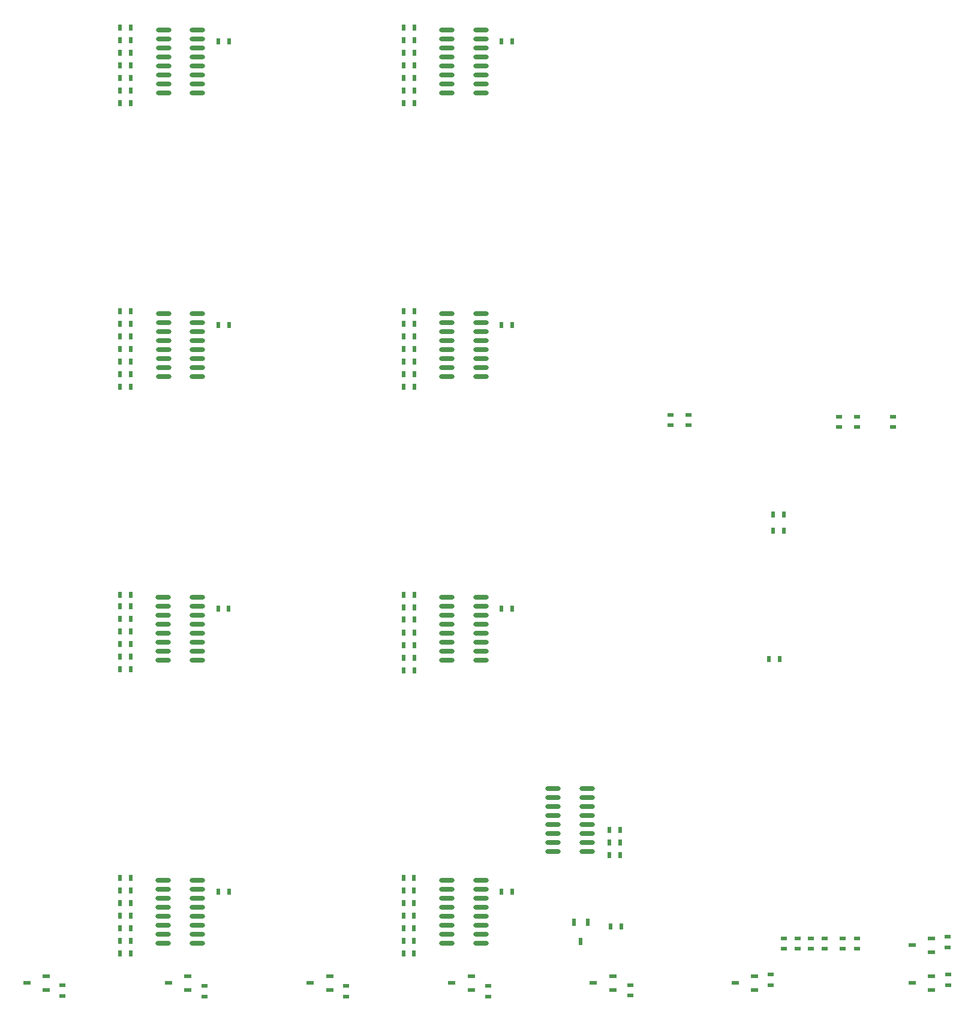
<source format=gtp>
G04 Layer_Color=8421504*
%FSLAX25Y25*%
%MOIN*%
G70*
G01*
G75*
%ADD10O,0.08661X0.02362*%
%ADD11R,0.03347X0.02362*%
%ADD12R,0.02362X0.03347*%
%ADD13R,0.03937X0.02362*%
%ADD14R,0.02362X0.03937*%
D10*
X301551Y561313D02*
D03*
Y556313D02*
D03*
Y551313D02*
D03*
Y546313D02*
D03*
Y531313D02*
D03*
Y536313D02*
D03*
Y541313D02*
D03*
X379449Y104500D02*
D03*
Y109500D02*
D03*
Y114500D02*
D03*
Y119500D02*
D03*
Y124500D02*
D03*
Y129500D02*
D03*
Y134500D02*
D03*
Y139500D02*
D03*
X360551Y104500D02*
D03*
Y109500D02*
D03*
Y114500D02*
D03*
Y119500D02*
D03*
Y124500D02*
D03*
Y129500D02*
D03*
Y134500D02*
D03*
Y139500D02*
D03*
X144102Y561313D02*
D03*
Y556313D02*
D03*
Y551313D02*
D03*
Y546313D02*
D03*
Y541313D02*
D03*
Y536313D02*
D03*
Y531313D02*
D03*
Y526313D02*
D03*
X163000Y561313D02*
D03*
Y556313D02*
D03*
Y551313D02*
D03*
Y546313D02*
D03*
Y541313D02*
D03*
Y536313D02*
D03*
Y531313D02*
D03*
Y526313D02*
D03*
X301551D02*
D03*
X320449Y561313D02*
D03*
Y556313D02*
D03*
Y551313D02*
D03*
Y546313D02*
D03*
Y541313D02*
D03*
Y536313D02*
D03*
Y531313D02*
D03*
Y526313D02*
D03*
X144102Y403500D02*
D03*
Y398500D02*
D03*
Y393500D02*
D03*
Y388500D02*
D03*
Y383500D02*
D03*
Y378500D02*
D03*
Y373500D02*
D03*
Y368500D02*
D03*
X163000Y403500D02*
D03*
Y398500D02*
D03*
Y393500D02*
D03*
Y388500D02*
D03*
Y383500D02*
D03*
Y378500D02*
D03*
Y373500D02*
D03*
Y368500D02*
D03*
X301551Y403500D02*
D03*
Y398500D02*
D03*
Y393500D02*
D03*
Y388500D02*
D03*
Y383500D02*
D03*
Y378500D02*
D03*
Y373500D02*
D03*
Y368500D02*
D03*
X320449Y403500D02*
D03*
Y398500D02*
D03*
Y393500D02*
D03*
Y388500D02*
D03*
Y383500D02*
D03*
Y378500D02*
D03*
Y373500D02*
D03*
Y368500D02*
D03*
X144000Y246000D02*
D03*
Y241000D02*
D03*
Y236000D02*
D03*
Y231000D02*
D03*
Y226000D02*
D03*
Y221000D02*
D03*
Y216000D02*
D03*
Y211000D02*
D03*
X162898Y246000D02*
D03*
Y241000D02*
D03*
Y236000D02*
D03*
Y231000D02*
D03*
Y226000D02*
D03*
Y221000D02*
D03*
Y216000D02*
D03*
Y211000D02*
D03*
X301551Y246000D02*
D03*
Y241000D02*
D03*
Y236000D02*
D03*
Y231000D02*
D03*
Y226000D02*
D03*
Y221000D02*
D03*
Y216000D02*
D03*
Y211000D02*
D03*
X320449Y246000D02*
D03*
Y241000D02*
D03*
Y236000D02*
D03*
Y231000D02*
D03*
Y226000D02*
D03*
Y221000D02*
D03*
Y216000D02*
D03*
Y211000D02*
D03*
X144051Y88500D02*
D03*
Y83500D02*
D03*
Y78500D02*
D03*
Y73500D02*
D03*
Y68500D02*
D03*
Y63500D02*
D03*
Y58500D02*
D03*
Y53500D02*
D03*
X162949Y88500D02*
D03*
Y83500D02*
D03*
Y78500D02*
D03*
Y73500D02*
D03*
Y68500D02*
D03*
Y63500D02*
D03*
Y58500D02*
D03*
Y53500D02*
D03*
X301500Y88500D02*
D03*
Y83500D02*
D03*
Y78500D02*
D03*
Y73500D02*
D03*
Y68500D02*
D03*
Y63500D02*
D03*
Y58500D02*
D03*
Y53500D02*
D03*
X320398Y88500D02*
D03*
Y83500D02*
D03*
Y78500D02*
D03*
Y73500D02*
D03*
Y68500D02*
D03*
Y63500D02*
D03*
Y58500D02*
D03*
Y53500D02*
D03*
D11*
X521500Y56453D02*
D03*
Y50547D02*
D03*
X519500Y340547D02*
D03*
Y346453D02*
D03*
X529500Y340547D02*
D03*
Y346453D02*
D03*
X580126Y36244D02*
D03*
Y30339D02*
D03*
X580000Y57244D02*
D03*
Y51339D02*
D03*
X481701Y36244D02*
D03*
Y30339D02*
D03*
X403500Y24547D02*
D03*
Y30453D02*
D03*
X324500Y24047D02*
D03*
Y29953D02*
D03*
X245500Y24047D02*
D03*
Y29953D02*
D03*
X167000Y24047D02*
D03*
Y29953D02*
D03*
X88000Y24433D02*
D03*
Y30339D02*
D03*
X529500Y56453D02*
D03*
Y50547D02*
D03*
X489000Y56453D02*
D03*
Y50547D02*
D03*
X511500Y56453D02*
D03*
Y50547D02*
D03*
X496500Y56453D02*
D03*
Y50547D02*
D03*
X504000Y56453D02*
D03*
Y50547D02*
D03*
X426000Y341547D02*
D03*
Y347453D02*
D03*
X436000Y341547D02*
D03*
Y347453D02*
D03*
X549500Y340547D02*
D03*
Y346453D02*
D03*
D12*
X483047Y283000D02*
D03*
X488953D02*
D03*
X483047Y292000D02*
D03*
X488953D02*
D03*
X398453Y63000D02*
D03*
X392547D02*
D03*
X174445Y239687D02*
D03*
X180350D02*
D03*
X332047Y555000D02*
D03*
X337953D02*
D03*
X174547Y397187D02*
D03*
X180453D02*
D03*
X331996D02*
D03*
X337902D02*
D03*
X125850Y205937D02*
D03*
X119945D02*
D03*
X331945Y82187D02*
D03*
X337850D02*
D03*
X397953Y116500D02*
D03*
X392047D02*
D03*
X397953Y102500D02*
D03*
X392047D02*
D03*
X397953Y109500D02*
D03*
X392047D02*
D03*
X125953Y520750D02*
D03*
X120047D02*
D03*
X125953Y527750D02*
D03*
X120047D02*
D03*
X125953Y534750D02*
D03*
X120047D02*
D03*
X125953Y541750D02*
D03*
X120047D02*
D03*
X125953Y548750D02*
D03*
X120047D02*
D03*
X125953Y555750D02*
D03*
X120047D02*
D03*
X125953Y562750D02*
D03*
X120047D02*
D03*
X174547Y555000D02*
D03*
X180453D02*
D03*
X283453Y562750D02*
D03*
X277547D02*
D03*
X283453Y520750D02*
D03*
X277547D02*
D03*
X283453Y527750D02*
D03*
X277547D02*
D03*
X283453Y534750D02*
D03*
X277547D02*
D03*
X283453Y541750D02*
D03*
X277547D02*
D03*
X283453Y555750D02*
D03*
X277547D02*
D03*
X283453Y548750D02*
D03*
X277547D02*
D03*
X125953Y362937D02*
D03*
X120047D02*
D03*
X125953Y369937D02*
D03*
X120047D02*
D03*
X125953Y376937D02*
D03*
X120047D02*
D03*
X125953Y383937D02*
D03*
X120047D02*
D03*
X125953Y390937D02*
D03*
X120047D02*
D03*
X125953Y397937D02*
D03*
X120047D02*
D03*
X125953Y404937D02*
D03*
X120047D02*
D03*
X283402Y362937D02*
D03*
X277496D02*
D03*
X283402Y369937D02*
D03*
X277496D02*
D03*
X283402Y376937D02*
D03*
X277496D02*
D03*
X283402Y383937D02*
D03*
X277496D02*
D03*
X283402Y397937D02*
D03*
X277496D02*
D03*
X283453Y404937D02*
D03*
X277547D02*
D03*
X283402Y390937D02*
D03*
X277496D02*
D03*
X125850Y212937D02*
D03*
X119945D02*
D03*
X125850Y219937D02*
D03*
X119945D02*
D03*
X125850Y226937D02*
D03*
X119945D02*
D03*
X125850Y233937D02*
D03*
X119945D02*
D03*
X125850Y240937D02*
D03*
X119945D02*
D03*
X174496Y82187D02*
D03*
X180402D02*
D03*
X125850Y247437D02*
D03*
X119945D02*
D03*
X331996Y239687D02*
D03*
X337902D02*
D03*
X283402Y205437D02*
D03*
X277496D02*
D03*
X283402Y212437D02*
D03*
X277496D02*
D03*
X283402Y219437D02*
D03*
X277496D02*
D03*
X283402Y226437D02*
D03*
X277496D02*
D03*
X283500Y233500D02*
D03*
X277594D02*
D03*
X486406Y211500D02*
D03*
X480500D02*
D03*
X125902Y54937D02*
D03*
X119996D02*
D03*
X283350Y89937D02*
D03*
X277445D02*
D03*
X283350Y82937D02*
D03*
X277445D02*
D03*
X283350Y75937D02*
D03*
X277445D02*
D03*
X283350Y68937D02*
D03*
X277445D02*
D03*
X283350Y61937D02*
D03*
X277445D02*
D03*
X283350Y54937D02*
D03*
X277445D02*
D03*
X283350Y47937D02*
D03*
X277445D02*
D03*
X125902Y89937D02*
D03*
X119996D02*
D03*
X125902Y82937D02*
D03*
X119996D02*
D03*
X125902Y75937D02*
D03*
X119996D02*
D03*
X125902Y68937D02*
D03*
X119996D02*
D03*
X125902Y61937D02*
D03*
X119996D02*
D03*
X125902Y47937D02*
D03*
X119996D02*
D03*
X283402Y247437D02*
D03*
X277496D02*
D03*
X283402Y240437D02*
D03*
X277496D02*
D03*
D13*
X570913Y48760D02*
D03*
Y56240D02*
D03*
X560087Y52500D02*
D03*
X571039Y27760D02*
D03*
Y35240D02*
D03*
X560213Y31500D02*
D03*
X472614Y27760D02*
D03*
Y35240D02*
D03*
X461787Y31500D02*
D03*
X393874Y27760D02*
D03*
Y35240D02*
D03*
X383047Y31500D02*
D03*
X315134Y27760D02*
D03*
Y35240D02*
D03*
X304307Y31500D02*
D03*
X236394Y27760D02*
D03*
Y35240D02*
D03*
X225567Y31500D02*
D03*
X157653Y27760D02*
D03*
Y35240D02*
D03*
X146827Y31500D02*
D03*
X78913Y27760D02*
D03*
Y35240D02*
D03*
X68087Y31500D02*
D03*
D14*
X379740Y65413D02*
D03*
X372260D02*
D03*
X376000Y54587D02*
D03*
M02*

</source>
